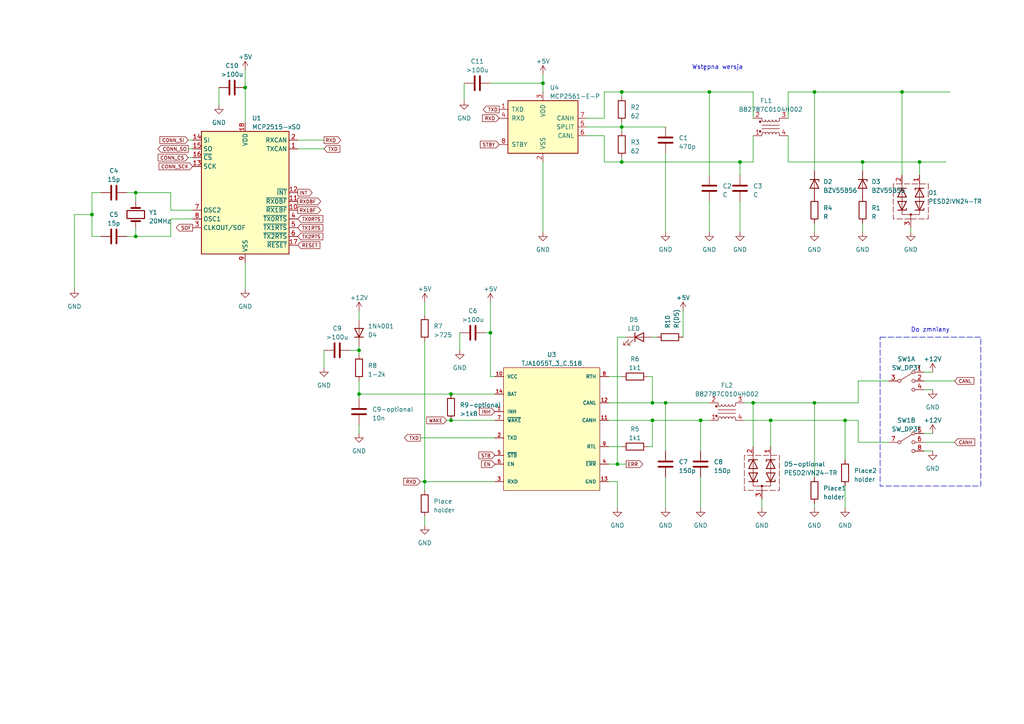
<source format=kicad_sch>
(kicad_sch (version 20230121) (generator eeschema)
  (paper "A4")
  (lib_symbols
    (symbol "Device:C" (pin_numbers hide) (pin_names (offset 0.254))
      (property "Reference" "C" (at 0.635 2.54 0))
      (property "Value" "C" (at 0.635 -2.54 0))
      (symbol "C_0_1"
        (polyline (pts (xy -2.032 -0.762) (xy 2.032 -0.762)) (stroke (width 0.508)))
        (polyline (pts (xy -2.032 0.762) (xy 2.032 0.762)) (stroke (width 0.508)))
      )
      (symbol "C_1_1"
        (pin passive line (at 0 3.81 270) (length 2.794) (name "~") (number "1"))
        (pin passive line (at 0 -3.81 90) (length 2.794) (name "~") (number "2"))
      )
    )
    (symbol "Device:Crystal" (pin_numbers hide) (pin_names (offset 1.016) hide)
      (property "Reference" "Y" (at 0 3.81 0))
      (property "Value" "Crystal" (at 0 -3.81 0))
      (symbol "Crystal_0_1"
        (rectangle (start -1.143 2.54) (end 1.143 -2.54) (stroke (width 0.3048)))
        (polyline (pts (xy -2.54 0) (xy -1.905 0)))
        (polyline (pts (xy -1.905 -1.27) (xy -1.905 1.27)) (stroke (width 0.508)))
        (polyline (pts (xy 1.905 -1.27) (xy 1.905 1.27)) (stroke (width 0.508)))
        (polyline (pts (xy 2.54 0) (xy 1.905 0)))
      )
      (symbol "Crystal_1_1"
        (pin passive line (at -3.81 0 0) (length 1.27) (name "1") (number "1"))
        (pin passive line (at 3.81 0 180) (length 1.27) (name "2") (number "2"))
      )
    )
    (symbol "Device:D_Zener_Dual_CommonCathode_AAK_Parallel" (pin_names (offset 0.762) hide)
      (property "Reference" "D1" (at -5.08 -0.6985 90))
      (property "Value" "D_Zener_Dual_CommonCathode_AAK_Parallel" (at -5.08 1.8415 90))
      (symbol "D_Zener_Dual_CommonCathode_AAK_Parallel_0_0"
        (polyline (pts (xy -6.35 -1.27) (xy -6.35 -3.81) (xy -5.842 -3.81)) (stroke (width 0.254)))
        (polyline (pts (xy -6.35 3.81) (xy -6.35 1.27) (xy -5.842 1.27)) (stroke (width 0.254)))
        (polyline (pts (xy 0 -3.81) (xy 0 -1.27) (xy -0.508 -1.27)) (stroke (width 0.254)))
        (polyline (pts (xy 0 1.27) (xy 0 3.81) (xy -0.508 3.81)) (stroke (width 0.254)))
      )
      (symbol "D_Zener_Dual_CommonCathode_AAK_Parallel_0_1"
        (polyline (pts (xy 1.27 0) (xy 2.54 0)))
        (polyline (pts (xy -7.62 -2.54) (xy 1.27 -2.54) (xy 1.27 2.54) (xy -7.62 2.54)))
        (polyline (pts (xy -3.81 -1.27) (xy -6.35 -2.54) (xy -3.81 -3.81) (xy -3.81 -1.27) (xy -3.81 -1.27) (xy -3.81 -1.27)) (stroke (width 0.254)))
        (polyline (pts (xy -3.81 3.81) (xy -6.35 2.54) (xy -3.81 1.27) (xy -3.81 3.81) (xy -3.81 3.81) (xy -3.81 3.81)) (stroke (width 0.254)))
        (polyline (pts (xy -2.54 -1.27) (xy 0 -2.54) (xy -2.54 -3.81) (xy -2.54 -1.27) (xy -2.54 -1.27) (xy -2.54 -1.27)) (stroke (width 0.254)))
        (polyline (pts (xy -2.54 3.81) (xy 0 2.54) (xy -2.54 1.27) (xy -2.54 3.81) (xy -2.54 3.81) (xy -2.54 3.81)) (stroke (width 0.254)))
        (circle (center 1.27 0) (radius 0.254) (fill (type outline)))
        (pin passive line (at -10.16 2.54 0) (length 2.54) (name "K") (number "1"))
        (pin passive line (at -10.16 -2.54 0) (length 2.54) (name "K") (number "2"))
        (pin passive line (at 5.08 0 180) (length 2.54) (name "A") (number "3"))
      )
      (symbol "D_Zener_Dual_CommonCathode_AAK_Parallel_1_1"
        (polyline (pts (xy 2.54 0) (xy 2.54 5.08) (xy -7.62 5.08) (xy -7.62 -5.08) (xy 2.54 -5.08) (xy 2.54 0)) (stroke (width 0) (type dash)))
      )
    )
    (symbol "Device:Filter_EMI_LL_1423" (pin_names hide)
      (property "Reference" "FL" (at 0 4.445 0))
      (property "Value" "Filter_EMI_LL_1423" (at 0 -4.445 0))
      (symbol "Filter_EMI_LL_1423_0_1"
        (circle (center -3.048 -1.27) (radius 0.254) (fill (type outline)))
        (circle (center -3.048 1.524) (radius 0.254) (fill (type outline)))
        (arc (start -2.54 2.032) (mid -2.032 1.5262) (end -1.524 2.032))
        (arc (start -1.524 -2.032) (mid -2.032 -1.5262) (end -2.54 -2.032))
        (arc (start -1.524 2.032) (mid -1.016 1.5262) (end -0.508 2.032))
        (arc (start -0.508 -2.032) (mid -1.016 -1.5262) (end -1.524 -2.032))
        (arc (start -0.508 2.032) (mid 0 1.5262) (end 0.508 2.032))
        (polyline (pts (xy -2.54 -2.032) (xy -2.54 -2.54)))
        (polyline (pts (xy -2.54 0.508) (xy 2.54 0.508)))
        (polyline (pts (xy -2.54 2.032) (xy -2.54 2.54)))
        (polyline (pts (xy 2.54 -2.032) (xy 2.54 -2.54)))
        (polyline (pts (xy 2.54 -0.508) (xy -2.54 -0.508)))
        (polyline (pts (xy 2.54 2.54) (xy 2.54 2.032)))
        (arc (start 0.508 -2.032) (mid 0 -1.5262) (end -0.508 -2.032))
        (arc (start 0.508 2.032) (mid 1.016 1.5262) (end 1.524 2.032))
        (arc (start 1.524 -2.032) (mid 1.016 -1.5262) (end 0.508 -2.032))
        (arc (start 1.524 2.032) (mid 2.032 1.5262) (end 2.54 2.032))
        (arc (start 2.54 -2.032) (mid 2.032 -1.5262) (end 1.524 -2.032))
      )
      (symbol "Filter_EMI_LL_1423_1_1"
        (pin passive line (at -5.08 -2.54 0) (length 2.54) (name "1") (number "1"))
        (pin passive line (at -5.08 2.54 0) (length 2.54) (name "2") (number "2"))
        (pin passive line (at 5.08 2.54 180) (length 2.54) (name "3") (number "3"))
        (pin passive line (at 5.08 -2.54 180) (length 2.54) (name "4") (number "4"))
      )
    )
    (symbol "Device:LED" (pin_numbers hide) (pin_names (offset 1.016) hide)
      (property "Reference" "D" (at 0 2.54 0))
      (property "Value" "LED" (at 0 -2.54 0))
      (symbol "LED_0_1"
        (polyline (pts (xy -1.27 -1.27) (xy -1.27 1.27)) (stroke (width 0.254)))
        (polyline (pts (xy -1.27 0) (xy 1.27 0)))
        (polyline (pts (xy 1.27 -1.27) (xy 1.27 1.27) (xy -1.27 0) (xy 1.27 -1.27)) (stroke (width 0.254)))
        (polyline (pts (xy -3.048 -0.762) (xy -4.572 -2.286) (xy -3.81 -2.286) (xy -4.572 -2.286) (xy -4.572 -1.524)))
        (polyline (pts (xy -1.778 -0.762) (xy -3.302 -2.286) (xy -2.54 -2.286) (xy -3.302 -2.286) (xy -3.302 -1.524)))
      )
      (symbol "LED_1_1"
        (pin passive line (at -3.81 0 0) (length 2.54) (name "K") (number "1"))
        (pin passive line (at 3.81 0 180) (length 2.54) (name "A") (number "2"))
      )
    )
    (symbol "Device:R" (pin_numbers hide) (pin_names (offset 0))
      (property "Reference" "R" (at 2.032 0 90))
      (property "Value" "R" (at 0 0 90))
      (symbol "R_0_1"
        (rectangle (start -1.016 -2.54) (end 1.016 2.54) (stroke (width 0.254)))
      )
      (symbol "R_1_1"
        (pin passive line (at 0 3.81 270) (length 1.27) (name "~") (number "1"))
        (pin passive line (at 0 -3.81 90) (length 1.27) (name "~") (number "2"))
      )
    )
    (symbol "Diode:1N4001" (pin_numbers hide) (pin_names hide)
      (property "Reference" "D" (at 0 2.54 0))
      (property "Value" "1N4001" (at 0 -2.54 0))
      (symbol "1N4001_0_1"
        (polyline (pts (xy -1.27 1.27) (xy -1.27 -1.27)) (stroke (width 0.254)))
        (polyline (pts (xy 1.27 0) (xy -1.27 0)))
        (polyline (pts (xy 1.27 1.27) (xy 1.27 -1.27) (xy -1.27 0) (xy 1.27 1.27)) (stroke (width 0.254)))
      )
      (symbol "1N4001_1_1"
        (pin passive line (at -3.81 0 0) (length 2.54) (name "K") (number "1"))
        (pin passive line (at 3.81 0 180) (length 2.54) (name "A") (number "2"))
      )
    )
    (symbol "Diode:BZV55B56" (pin_numbers hide) (pin_names hide)
      (property "Reference" "D" (at 0 2.54 0))
      (property "Value" "BZV55B56" (at 0 -2.54 0))
      (symbol "BZV55B56_0_1"
        (polyline (pts (xy 1.27 0) (xy -1.27 0)))
        (polyline (pts (xy -1.27 -1.27) (xy -1.27 1.27) (xy -0.762 1.27)) (stroke (width 0.254)))
        (polyline (pts (xy 1.27 -1.27) (xy 1.27 1.27) (xy -1.27 0) (xy 1.27 -1.27)) (stroke (width 0.254)))
      )
      (symbol "BZV55B56_1_1"
        (pin passive line (at -3.81 0 0) (length 2.54) (name "K") (number "1"))
        (pin passive line (at 3.81 0 180) (length 2.54) (name "A") (number "2"))
      )
    )
    (symbol "ELEMENTY:TJA1055T_3_C,518" (pin_names (offset 1.016))
      (property "Reference" "U" (at 0 5.08 0))
      (property "Value" "TJA1055T_3_C,518" (at 0 7.62 0))
      (symbol "TJA1055T_3_C,518_1_1"
        (rectangle (start 5.08 2.54) (end 33.02 -33.02) (fill (type background)))
        (pin passive line (at 2.54 -10.16 0) (length 2.54) (name "INH") (number "1"))
        (pin power_in line (at 2.54 0 0) (length 2.54) (name "VCC") (number "10"))
        (pin bidirectional line (at 35.56 -12.7 180) (length 2.54) (name "CANH") (number "11"))
        (pin bidirectional line (at 35.56 -7.62 180) (length 2.54) (name "CANL") (number "12"))
        (pin power_in line (at 35.56 -30.48 180) (length 2.54) (name "GND") (number "13"))
        (pin power_in line (at 2.54 -5.08 0) (length 2.54) (name "BAT") (number "14"))
        (pin input line (at 2.54 -17.78 0) (length 2.54) (name "TXD") (number "2"))
        (pin output line (at 2.54 -30.48 0) (length 2.54) (name "RXD") (number "3"))
        (pin output line (at 35.56 -25.4 180) (length 2.54) (name "~{ERR}") (number "4"))
        (pin input line (at 2.54 -22.86 0) (length 2.54) (name "~{STB}") (number "5"))
        (pin input line (at 2.54 -25.4 0) (length 2.54) (name "EN") (number "6"))
        (pin input line (at 2.54 -12.7 0) (length 2.54) (name "~{WAKE}") (number "7"))
        (pin passive line (at 35.56 0 180) (length 2.54) (name "RTH") (number "8"))
        (pin passive line (at 35.56 -20.32 180) (length 2.54) (name "RTL") (number "9"))
      )
    )
    (symbol "Interface_CAN_LIN:MCP2515-xSO"
      (property "Reference" "U" (at -10.16 19.685 0))
      (property "Value" "MCP2515-xSO" (at 19.05 20.32 0))
      (symbol "MCP2515-xSO_0_1"
        (rectangle (start -12.7 17.78) (end 12.7 -17.78) (stroke (width 0.254)) (fill (type background)))
      )
      (symbol "MCP2515-xSO_1_1"
        (pin output line (at 15.24 12.7 180) (length 2.54) (name "TXCAN") (number "1"))
        (pin output line (at 15.24 -5.08 180) (length 2.54) (name "~{RX1BF}") (number "10"))
        (pin output line (at 15.24 -2.54 180) (length 2.54) (name "~{RX0BF}") (number "11"))
        (pin output line (at 15.24 0 180) (length 2.54) (name "~{INT}") (number "12"))
        (pin input line (at -15.24 7.62 0) (length 2.54) (name "SCK") (number "13"))
        (pin input line (at -15.24 15.24 0) (length 2.54) (name "SI") (number "14"))
        (pin output line (at -15.24 12.7 0) (length 2.54) (name "SO") (number "15"))
        (pin input line (at -15.24 10.16 0) (length 2.54) (name "~{CS}") (number "16"))
        (pin input line (at 15.24 -15.24 180) (length 2.54) (name "~{RESET}") (number "17"))
        (pin power_in line (at 0 20.32 270) (length 2.54) (name "VDD") (number "18"))
        (pin input line (at 15.24 15.24 180) (length 2.54) (name "RXCAN") (number "2"))
        (pin output line (at -15.24 -10.16 0) (length 2.54) (name "CLKOUT/SOF") (number "3"))
        (pin input line (at 15.24 -7.62 180) (length 2.54) (name "~{TX0RTS}") (number "4"))
        (pin input line (at 15.24 -10.16 180) (length 2.54) (name "~{TX1RTS}") (number "5"))
        (pin input line (at 15.24 -12.7 180) (length 2.54) (name "~{TX2RTS}") (number "6"))
        (pin output line (at -15.24 -5.08 0) (length 2.54) (name "OSC2") (number "7"))
        (pin input line (at -15.24 -7.62 0) (length 2.54) (name "OSC1") (number "8"))
        (pin power_in line (at 0 -20.32 90) (length 2.54) (name "VSS") (number "9"))
      )
    )
    (symbol "Interface_CAN_LIN:MCP2561-E-P" (pin_names (offset 1.016))
      (property "Reference" "U" (at -10.16 8.89 0))
      (property "Value" "MCP2561-E-P" (at 2.54 8.89 0))
      (symbol "MCP2561-E-P_0_1"
        (rectangle (start -10.16 7.62) (end 10.16 -7.62) (stroke (width 0.254)) (fill (type background)))
      )
      (symbol "MCP2561-E-P_1_1"
        (pin input line (at -12.7 5.08 0) (length 2.54) (name "TXD") (number "1"))
        (pin power_in line (at 0 -10.16 90) (length 2.54) (name "VSS") (number "2"))
        (pin power_in line (at 0 10.16 270) (length 2.54) (name "VDD") (number "3"))
        (pin output line (at -12.7 2.54 0) (length 2.54) (name "RXD") (number "4"))
        (pin passive line (at 12.7 0 180) (length 2.54) (name "SPLIT") (number "5"))
        (pin bidirectional line (at 12.7 -2.54 180) (length 2.54) (name "CANL") (number "6"))
        (pin bidirectional line (at 12.7 2.54 180) (length 2.54) (name "CANH") (number "7"))
        (pin input line (at -12.7 -5.08 0) (length 2.54) (name "STBY") (number "8"))
      )
    )
    (symbol "Switch:SW_DP3T" (pin_names (offset 0) hide)
      (property "Reference" "SW" (at 0 5.08 0))
      (property "Value" "SW_DP3T" (at 0 -5.08 0))
      (symbol "SW_DP3T_0_1"
        (circle (center -2.032 0) (radius 0.4572))
        (polyline (pts (xy -1.651 0.254) (xy 1.651 2.286)))
        (circle (center 2.032 -2.54) (radius 0.4572))
        (circle (center 2.032 0) (radius 0.4572))
        (circle (center 2.032 2.54) (radius 0.4572))
      )
      (symbol "SW_DP3T_1_1"
        (pin passive line (at 5.08 2.54 180) (length 2.54) (name "1") (number "1"))
        (pin passive line (at 5.08 0 180) (length 2.54) (name "2") (number "2"))
        (pin passive line (at -5.08 0 0) (length 2.54) (name "3") (number "3"))
        (pin passive line (at 5.08 -2.54 180) (length 2.54) (name "4") (number "4"))
      )
      (symbol "SW_DP3T_2_1"
        (pin passive line (at 5.08 2.54 180) (length 2.54) (name "5") (number "5"))
        (pin passive line (at 5.08 0 180) (length 2.54) (name "6") (number "6"))
        (pin passive line (at -5.08 0 0) (length 2.54) (name "7") (number "7"))
        (pin passive line (at 5.08 -2.54 180) (length 2.54) (name "8") (number "8"))
      )
    )
    (symbol "power:+12V" (power) (pin_names (offset 0))
      (property "Value" "+12V" (at 0 3.556 0))
      (symbol "+12V_0_1"
        (polyline (pts (xy -0.762 1.27) (xy 0 2.54)))
        (polyline (pts (xy 0 0) (xy 0 2.54)))
        (polyline (pts (xy 0 2.54) (xy 0.762 1.27)))
      )
      (symbol "+12V_1_1"
        (pin power_in line (at 0 0 90) (length 0) hide (name "+12V") (number "1"))
      )
    )
    (symbol "power:+5V" (power) (pin_names (offset 0))
      (property "Value" "+5V" (at 0 3.556 0))
      (symbol "+5V_0_1"
        (polyline (pts (xy -0.762 1.27) (xy 0 2.54)))
        (polyline (pts (xy 0 0) (xy 0 2.54)))
        (polyline (pts (xy 0 2.54) (xy 0.762 1.27)))
      )
      (symbol "+5V_1_1"
        (pin power_in line (at 0 0 90) (length 0) hide (name "+5V") (number "1"))
      )
    )
    (symbol "power:GND" (power) (pin_names (offset 0))
      (property "Value" "GND" (at 0 -3.81 0))
      (symbol "GND_0_1"
        (polyline (pts (xy 0 0) (xy 0 -1.27) (xy 1.27 -1.27) (xy 0 -2.54) (xy -1.27 -1.27) (xy 0 -1.27)))
      )
      (symbol "GND_1_1"
        (pin power_in line (at 0 0 270) (length 0) hide (name "GND") (number "1"))
      )
    )
  )
  (junction (at 104.14 101.6))
  (junction (at 218.44 116.84))
  (junction (at 180.34 26.67))
  (junction (at 205.74 26.67))
  (junction (at 180.34 46.99))
  (junction (at 39.37 68.58))
  (junction (at 250.19 46.99))
  (junction (at 71.12 25.4))
  (junction (at 157.48 24.13))
  (junction (at 266.7 46.99))
  (junction (at 130.81 121.92))
  (junction (at 26.67 62.23))
  (junction (at 245.11 121.92))
  (junction (at 189.23 116.84))
  (junction (at 261.62 26.67))
  (junction (at 236.22 116.84))
  (junction (at 223.52 121.92))
  (junction (at 130.81 114.3))
  (junction (at 104.14 114.3))
  (junction (at 39.37 55.88))
  (junction (at 189.23 121.92))
  (junction (at 203.2 121.92))
  (junction (at 179.07 134.62))
  (junction (at 193.04 116.84))
  (junction (at 142.24 96.52))
  (junction (at 236.22 26.67))
  (junction (at 180.34 36.83))
  (junction (at 214.63 46.99))
  (junction (at 123.19 139.7))
  (wire (pts (xy 180.34 36.83) (xy 180.34 38.1)))
  (wire (pts (xy 236.22 26.67) (xy 261.62 26.67)))
  (wire (pts (xy 218.44 116.84) (xy 236.22 116.84)))
  (wire (pts (xy 123.19 99.06) (xy 123.19 139.7)))
  (wire (pts (xy 205.74 26.67) (xy 180.34 26.67)))
  (wire (pts (xy 130.81 121.92) (xy 143.51 121.92)))
  (wire (pts (xy 261.62 26.67) (xy 275.59 26.67)))
  (wire (pts (xy 104.14 110.49) (xy 104.14 114.3)))
  (wire (pts (xy 179.07 134.62) (xy 179.07 97.79)))
  (wire (pts (xy 228.6 26.67) (xy 236.22 26.67)))
  (wire (pts (xy 189.23 97.79) (xy 190.5 97.79)))
  (wire (pts (xy 267.97 128.27) (xy 276.86 128.27)))
  (wire (pts (xy 203.2 121.92) (xy 203.2 130.81)))
  (wire (pts (xy 54.61 45.72) (xy 55.88 45.72)))
  (wire (pts (xy 63.5 25.4) (xy 63.5 30.48)))
  (wire (pts (xy 193.04 67.31) (xy 193.04 44.45)))
  (wire (pts (xy 104.14 114.3) (xy 104.14 115.57)))
  (wire (pts (xy 55.88 60.96) (xy 49.53 60.96)))
  (wire (pts (xy 104.14 90.17) (xy 104.14 92.71)))
  (wire (pts (xy 36.83 55.88) (xy 39.37 55.88)))
  (wire (pts (xy 236.22 116.84) (xy 248.92 116.84)))
  (wire (pts (xy 218.44 34.29) (xy 218.44 26.67)))
  (wire (pts (xy 29.21 55.88) (xy 26.67 55.88)))
  (wire (pts (xy 55.88 63.5) (xy 49.53 63.5)))
  (wire (pts (xy 176.53 129.54) (xy 180.34 129.54)))
  (wire (pts (xy 49.53 63.5) (xy 49.53 68.58)))
  (wire (pts (xy 21.59 83.82) (xy 21.59 62.23)))
  (wire (pts (xy 71.12 20.32) (xy 71.12 25.4)))
  (wire (pts (xy 267.97 125.73) (xy 270.51 125.73)))
  (wire (pts (xy 250.19 64.77) (xy 250.19 67.31)))
  (wire (pts (xy 215.9 116.84) (xy 218.44 116.84)))
  (wire (pts (xy 248.92 121.92) (xy 248.92 128.27)))
  (wire (pts (xy 193.04 116.84) (xy 193.04 130.81)))
  (wire (pts (xy 205.74 26.67) (xy 205.74 50.8)))
  (wire (pts (xy 218.44 26.67) (xy 205.74 26.67)))
  (wire (pts (xy 142.24 109.22) (xy 143.51 109.22)))
  (wire (pts (xy 193.04 36.83) (xy 180.34 36.83)))
  (wire (pts (xy 193.04 138.43) (xy 193.04 147.32)))
  (wire (pts (xy 236.22 26.67) (xy 236.22 49.53)))
  (wire (pts (xy 157.48 67.31) (xy 157.48 46.99)))
  (wire (pts (xy 218.44 39.37) (xy 218.44 46.99)))
  (wire (pts (xy 179.07 134.62) (xy 181.61 134.62)))
  (wire (pts (xy 214.63 46.99) (xy 180.34 46.99)))
  (wire (pts (xy 248.92 128.27) (xy 257.81 128.27)))
  (wire (pts (xy 123.19 139.7) (xy 143.51 139.7)))
  (wire (pts (xy 179.07 97.79) (xy 181.61 97.79)))
  (wire (pts (xy 157.48 24.13) (xy 157.48 26.67)))
  (wire (pts (xy 104.14 123.19) (xy 104.14 125.73)))
  (wire (pts (xy 86.36 43.18) (xy 93.98 43.18)))
  (wire (pts (xy 157.48 21.59) (xy 157.48 24.13)))
  (wire (pts (xy 203.2 138.43) (xy 203.2 147.32)))
  (wire (pts (xy 245.11 121.92) (xy 248.92 121.92)))
  (wire (pts (xy 187.96 109.22) (xy 189.23 109.22)))
  (wire (pts (xy 220.98 144.78) (xy 220.98 147.32)))
  (wire (pts (xy 175.26 39.37) (xy 175.26 46.99)))
  (wire (pts (xy 215.9 121.92) (xy 223.52 121.92)))
  (wire (pts (xy 39.37 66.04) (xy 39.37 68.58)))
  (wire (pts (xy 236.22 64.77) (xy 236.22 67.31)))
  (wire (pts (xy 218.44 116.84) (xy 218.44 129.54)))
  (wire (pts (xy 176.53 121.92) (xy 189.23 121.92)))
  (wire (pts (xy 123.19 87.63) (xy 123.19 91.44)))
  (wire (pts (xy 123.19 139.7) (xy 123.19 142.24)))
  (wire (pts (xy 203.2 121.92) (xy 205.74 121.92)))
  (wire (pts (xy 104.14 114.3) (xy 130.81 114.3)))
  (wire (pts (xy 130.81 114.3) (xy 143.51 114.3)))
  (wire (pts (xy 26.67 62.23) (xy 26.67 68.58)))
  (wire (pts (xy 264.16 66.04) (xy 264.16 67.31)))
  (wire (pts (xy 248.92 116.84) (xy 248.92 110.49)))
  (wire (pts (xy 267.97 113.03) (xy 270.51 113.03)))
  (wire (pts (xy 175.26 46.99) (xy 180.34 46.99)))
  (wire (pts (xy 189.23 121.92) (xy 203.2 121.92)))
  (wire (pts (xy 214.63 46.99) (xy 214.63 50.8)))
  (wire (pts (xy 129.54 121.92) (xy 130.81 121.92)))
  (wire (pts (xy 121.92 127) (xy 143.51 127)))
  (wire (pts (xy 39.37 68.58) (xy 36.83 68.58)))
  (wire (pts (xy 250.19 46.99) (xy 266.7 46.99)))
  (wire (pts (xy 142.24 87.63) (xy 142.24 96.52)))
  (wire (pts (xy 267.97 130.81) (xy 270.51 130.81)))
  (wire (pts (xy 71.12 76.2) (xy 71.12 83.82)))
  (wire (pts (xy 71.12 25.4) (xy 71.12 35.56)))
  (wire (pts (xy 176.53 139.7) (xy 179.07 139.7)))
  (wire (pts (xy 133.35 96.52) (xy 133.35 101.6)))
  (wire (pts (xy 54.61 43.18) (xy 55.88 43.18)))
  (wire (pts (xy 26.67 55.88) (xy 26.67 62.23)))
  (wire (pts (xy 176.53 109.22) (xy 180.34 109.22)))
  (wire (pts (xy 21.59 62.23) (xy 26.67 62.23)))
  (wire (pts (xy 180.34 35.56) (xy 180.34 36.83)))
  (wire (pts (xy 170.18 39.37) (xy 175.26 39.37)))
  (wire (pts (xy 170.18 36.83) (xy 180.34 36.83)))
  (wire (pts (xy 193.04 116.84) (xy 205.74 116.84)))
  (wire (pts (xy 218.44 46.99) (xy 214.63 46.99)))
  (wire (pts (xy 104.14 101.6) (xy 104.14 102.87)))
  (wire (pts (xy 86.36 40.64) (xy 93.98 40.64)))
  (wire (pts (xy 214.63 58.42) (xy 214.63 67.31)))
  (wire (pts (xy 39.37 55.88) (xy 39.37 58.42)))
  (wire (pts (xy 267.97 110.49) (xy 276.86 110.49)))
  (wire (pts (xy 236.22 116.84) (xy 236.22 138.43)))
  (wire (pts (xy 123.19 149.86) (xy 123.19 152.4)))
  (wire (pts (xy 228.6 39.37) (xy 228.6 46.99)))
  (wire (pts (xy 245.11 140.97) (xy 245.11 147.32)))
  (wire (pts (xy 170.18 34.29) (xy 175.26 34.29)))
  (wire (pts (xy 101.6 101.6) (xy 104.14 101.6)))
  (wire (pts (xy 248.92 110.49) (xy 257.81 110.49)))
  (wire (pts (xy 223.52 121.92) (xy 223.52 129.54)))
  (wire (pts (xy 236.22 146.05) (xy 236.22 147.32)))
  (wire (pts (xy 49.53 60.96) (xy 49.53 55.88)))
  (wire (pts (xy 189.23 109.22) (xy 189.23 116.84)))
  (wire (pts (xy 266.7 50.8) (xy 266.7 46.99)))
  (wire (pts (xy 93.98 101.6) (xy 93.98 106.68)))
  (wire (pts (xy 187.96 129.54) (xy 189.23 129.54)))
  (wire (pts (xy 49.53 55.88) (xy 39.37 55.88)))
  (wire (pts (xy 267.97 107.95) (xy 270.51 107.95)))
  (wire (pts (xy 179.07 139.7) (xy 179.07 147.32)))
  (wire (pts (xy 54.61 40.64) (xy 55.88 40.64)))
  (wire (pts (xy 26.67 68.58) (xy 29.21 68.58)))
  (wire (pts (xy 121.92 139.7) (xy 123.19 139.7)))
  (wire (pts (xy 198.12 90.17) (xy 198.12 97.79)))
  (wire (pts (xy 189.23 116.84) (xy 193.04 116.84)))
  (wire (pts (xy 266.7 46.99) (xy 274.32 46.99)))
  (wire (pts (xy 180.34 26.67) (xy 180.34 27.94)))
  (wire (pts (xy 189.23 121.92) (xy 189.23 129.54)))
  (wire (pts (xy 176.53 116.84) (xy 189.23 116.84)))
  (wire (pts (xy 175.26 34.29) (xy 175.26 26.67)))
  (wire (pts (xy 223.52 121.92) (xy 245.11 121.92)))
  (wire (pts (xy 49.53 68.58) (xy 39.37 68.58)))
  (wire (pts (xy 250.19 46.99) (xy 250.19 49.53)))
  (wire (pts (xy 104.14 100.33) (xy 104.14 101.6)))
  (wire (pts (xy 142.24 24.13) (xy 157.48 24.13)))
  (wire (pts (xy 245.11 121.92) (xy 245.11 133.35)))
  (wire (pts (xy 261.62 26.67) (xy 261.62 50.8)))
  (wire (pts (xy 176.53 134.62) (xy 179.07 134.62)))
  (wire (pts (xy 205.74 58.42) (xy 205.74 67.31)))
  (wire (pts (xy 180.34 46.99) (xy 180.34 45.72)))
  (wire (pts (xy 228.6 34.29) (xy 228.6 26.67)))
  (wire (pts (xy 134.62 24.13) (xy 134.62 29.21)))
  (wire (pts (xy 228.6 46.99) (xy 250.19 46.99)))
  (wire (pts (xy 175.26 26.67) (xy 180.34 26.67)))
  (wire (pts (xy 142.24 96.52) (xy 142.24 109.22)))
  (wire (pts (xy 140.97 96.52) (xy 142.24 96.52)))
  (rectangle (start 255.27 97.79) (end 284.48 140.97) (stroke (width 0) (type dash)))
  (text "Wstępna wersja" (at 200.66 20.32 0) (effects (font (size 1.27 1.27)) (justify left bottom)))
  (text "Do zmniany" (at 264.16 96.52 0) (effects (font (size 1.27 1.27)) (justify left bottom)))
  (global_label "RX1BF" (shape output) (at 86.36 60.96 0) (effects (font (size 1 1))) (property "Intersheetrefs" "${INTERSHEET_REFS}" (effects hide)))
  (global_label "CONN_SI" (shape input) (at 54.61 40.64 180) (effects (font (size 1 1))) (property "Intersheetrefs" "${INTERSHEET_REFS}" (effects hide)))
  (global_label "TXD" (shape input) (at 93.98 43.18 0) (effects (font (size 1 1))) (property "Intersheetrefs" "${INTERSHEET_REFS}" (effects hide)))
  (global_label "INT" (shape output) (at 86.36 55.88 0) (effects (font (size 1 1))) (property "Intersheetrefs" "${INTERSHEET_REFS}" (effects hide)))
  (global_label "TXD" (shape output) (at 144.78 31.75 180) (effects (font (size 1 1))) (property "Intersheetrefs" "${INTERSHEET_REFS}" (effects hide)))
  (global_label "STB" (shape input) (at 143.51 132.08 180) (effects (font (size 1 1))) (property "Intersheetrefs" "${INTERSHEET_REFS}" (effects hide)))
  (global_label "SOF" (shape output) (at 55.88 66.04 180) (effects (font (size 1 1))) (property "Intersheetrefs" "${INTERSHEET_REFS}" (effects hide)))
  (global_label "STBY" (shape input) (at 144.78 41.91 180) (effects (font (size 1 1))) (property "Intersheetrefs" "${INTERSHEET_REFS}" (effects hide)))
  (global_label "CANH" (shape input) (at 276.86 128.27 0) (effects (font (size 1 1))) (property "Intersheetrefs" "${INTERSHEET_REFS}" (effects hide)))
  (global_label "WAKE" (shape input) (at 129.54 121.92 180) (effects (font (size 1 1))) (property "Intersheetrefs" "${INTERSHEET_REFS}" (effects hide)))
  (global_label "CONN_CS" (shape input) (at 54.61 45.72 180) (effects (font (size 1 1))) (property "Intersheetrefs" "${INTERSHEET_REFS}" (effects hide)))
  (global_label "RXD" (shape input) (at 121.92 139.7 180) (effects (font (size 1 1))) (property "Intersheetrefs" "${INTERSHEET_REFS}" (effects hide)))
  (global_label "TX2RTS" (shape input) (at 86.36 68.58 0) (effects (font (size 1 1))) (property "Intersheetrefs" "${INTERSHEET_REFS}" (effects hide)))
  (global_label "RX0BF" (shape output) (at 86.36 58.42 0) (effects (font (size 1 1))) (property "Intersheetrefs" "${INTERSHEET_REFS}" (effects hide)))
  (global_label "EN" (shape input) (at 143.51 134.62 180) (effects (font (size 1 1))) (property "Intersheetrefs" "${INTERSHEET_REFS}" (effects hide)))
  (global_label "RXD" (shape output) (at 93.98 40.64 0) (effects (font (size 1 1))) (property "Intersheetrefs" "${INTERSHEET_REFS}" (effects hide)))
  (global_label "CANL" (shape input) (at 276.86 110.49 0) (effects (font (size 1 1))) (property "Intersheetrefs" "${INTERSHEET_REFS}" (effects hide)))
  (global_label "INH" (shape input) (at 143.51 119.38 180) (effects (font (size 1 1))) (property "Intersheetrefs" "${INTERSHEET_REFS}" (effects hide)))
  (global_label "CONN_SCK" (shape input) (at 55.88 48.26 180) (effects (font (size 1 1))) (property "Intersheetrefs" "${INTERSHEET_REFS}" (effects hide)))
  (global_label "RXD" (shape input) (at 144.78 34.29 180) (effects (font (size 1 1))) (property "Intersheetrefs" "${INTERSHEET_REFS}" (effects hide)))
  (global_label "TX1RTS" (shape input) (at 86.36 66.04 0) (effects (font (size 1 1))) (property "Intersheetrefs" "${INTERSHEET_REFS}" (effects hide)))
  (global_label "ERR" (shape output) (at 181.61 134.62 0) (effects (font (size 1 1))) (property "Intersheetrefs" "${INTERSHEET_REFS}" (effects hide)))
  (global_label "TX0RTS" (shape input) (at 86.36 63.5 0) (effects (font (size 1 1))) (property "Intersheetrefs" "${INTERSHEET_REFS}" (effects hide)))
  (global_label "TXD" (shape output) (at 121.92 127 180) (effects (font (size 1 1))) (property "Intersheetrefs" "${INTERSHEET_REFS}" (effects hide)))
  (global_label "RESET" (shape input) (at 86.36 71.12 0) (effects (font (size 1 1))) (property "Intersheetrefs" "${INTERSHEET_REFS}" (effects hide)))
  (global_label "CONN_SO" (shape output) (at 54.61 43.18 180) (effects (font (size 1 1))) (property "Intersheetrefs" "${INTERSHEET_REFS}" (effects hide)))
  (symbol (lib_id "Device:R") (at 245.11 137.16 180) (unit 1)
    (property "Reference" "Place2" (at 247.65 136.525 0) (effects (justify right)))
    (property "Value" "holder" (at 247.65 139.065 0) (effects (justify right)))
    (property "Footprint" "Resistor_THT:R_Axial_DIN0204_L3.6mm_D1.6mm_P7.62mm_Horizontal" (effects hide))
  )
  (symbol (lib_id "power:+5V") (at 157.48 21.59 0) (unit 1)
    (property "Reference" "#PWR011" (effects hide))
    (property "Value" "+5V" (at 157.48 17.78 0))
  )
  (symbol (lib_id "power:+12V") (at 270.51 107.95 0) (unit 1)
    (property "Reference" "#PWR023" (effects hide))
    (property "Value" "+12V" (at 270.51 104.14 0))
  )
  (symbol (lib_id "power:GND") (at 193.04 147.32 0) (unit 1)
    (property "Reference" "#PWR015" (effects hide))
    (property "Value" "GND" (at 193.04 152.4 0))
  )
  (symbol (lib_id "power:GND") (at 63.5 30.48 0) (unit 1)
    (property "Reference" "#PWR02" (effects hide))
    (property "Value" "GND" (at 63.5 35.56 0))
  )
  (symbol (lib_id "power:+5V") (at 198.12 90.17 0) (unit 1)
    (property "Reference" "#PWR013" (effects hide))
    (property "Value" "+5V" (at 198.12 86.36 0))
  )
  (symbol (lib_id "Device:C") (at 97.79 101.6 90) (unit 1)
    (property "Reference" "C9" (at 97.79 95.25 90))
    (property "Value" ">100u" (at 97.79 97.79 90))
  )
  (symbol (lib_id "power:GND") (at 104.14 125.73 0) (unit 1)
    (property "Reference" "#PWR022" (effects hide))
    (property "Value" "GND" (at 104.14 130.81 0))
  )
  (symbol (lib_id "Device:C") (at 33.02 68.58 90) (unit 1)
    (property "Reference" "C5" (at 33.02 62.23 90))
    (property "Value" "15p" (at 33.02 64.77 90))
  )
  (symbol (lib_id "power:GND") (at 133.35 101.6 0) (unit 1)
    (property "Reference" "#PWR020" (effects hide))
    (property "Value" "GND" (at 133.35 106.68 0))
  )
  (symbol (lib_id "Device:C") (at 193.04 40.64 0) (unit 1)
    (property "Reference" "C1" (at 196.85 40.005 0) (effects (justify left)))
    (property "Value" "470p" (at 196.85 42.545 0) (effects (justify left)))
  )
  (symbol (lib_id "power:GND") (at 205.74 67.31 0) (unit 1)
    (property "Reference" "#PWR05" (effects hide))
    (property "Value" "GND" (at 205.74 72.39 0))
  )
  (symbol (lib_id "power:GND") (at 203.2 147.32 0) (unit 1)
    (property "Reference" "#PWR016" (effects hide))
    (property "Value" "GND" (at 203.2 152.4 0))
  )
  (symbol (lib_id "Device:R") (at 123.19 95.25 180) (unit 1)
    (property "Reference" "R7" (at 125.73 94.615 0) (effects (justify right)))
    (property "Value" ">725" (at 125.73 97.155 0) (effects (justify right)))
    (property "Footprint" "Resistor_THT:R_Axial_DIN0204_L3.6mm_D1.6mm_P7.62mm_Horizontal" (effects hide))
  )
  (symbol (lib_id "power:+5V") (at 142.24 87.63 0) (unit 1)
    (property "Reference" "#PWR019" (effects hide))
    (property "Value" "+5V" (at 142.24 83.82 0))
  )
  (symbol (lib_id "Interface_CAN_LIN:MCP2561-E-P") (at 157.48 36.83 0) (unit 1)
    (property "Reference" "U4" (at 159.4359 25.4 0) (effects (justify left)))
    (property "Value" "MCP2561-E-P" (at 159.4359 27.94 0) (effects (justify left)))
    (property "Footprint" "Package_DIP:DIP-8_W7.62mm" (effects hide))
    (property "Datasheet" "http://ww1.microchip.com/downloads/en/DeviceDoc/25167A.pdf" (effects hide))
  )
  (symbol (lib_id "ELEMENTY:TJA1055T_3_C,518") (at 140.97 109.22 0) (unit 1)
    (property "Reference" "U3" (at 160.02 102.87 0))
    (property "Value" "TJA1055T_3_C,518" (at 160.02 105.41 0))
    (property "Footprint" "Package_SO:SO-14_3.9x8.65mm_P1.27mm" (effects hide))
    (property "Datasheet" "https://www.nxp.com/docs/en/data-sheet/TJA1055.pdf" (effects hide))
    (property "automotive" "No" (effects hide))
    (property "category" "IC" (effects hide))
    (property "device class L1" "Integrated Circuits (ICs)" (effects hide))
    (property "device class L2" "Interface ICs" (effects hide))
    (property "device class L3" "unset" (effects hide))
    (property "digikey description" "IC TRANSCEIVER HALF 1/1 14SO" (effects hide))
    (property "digikey part number" "568-8689-1-ND" (effects hide))
    (property "footprint url" "https://www.nxp.com/docs/en/package-information/SOT108-1.pdf" (effects hide))
    (property "height" "1.75mm" (effects hide))
    (property "interface" "CAN" (effects hide))
    (property "lead free" "Yes" (effects hide))
    (property "library id" "1f6dfe155aaff96a" (effects hide))
    (property "manufacturer" "NXP Semiconductors" (effects hide))
    (property "max junction temp" "+150°C" (effects hide))
    (property "max supply voltage" "5.25V" (effects hide))
    (property "min supply voltage" "4.75V" (effects hide))
    (property "mouser description" "TJA1055 Series 5.25V 125 kBd Enhanced Fault-Tolerant CAN Transceiver-SOIC-14" (effects hide))
    (property "mouser part number" "771-TJA1055T3C518" (effects hide))
    (property "nominal supply current" "6-13mA" (effects hide))
    (property "package" "SOIC14" (effects hide))
    (property "rohs" "Yes" (effects hide))
    (property "standoff height" "0.1mm" (effects hide))
    (property "temperature range high" "+150°C" (effects hide))
    (property "temperature range low" "-40°C" (effects hide))
  )
  (symbol (lib_id "power:GND") (at 123.19 152.4 0) (unit 1)
    (property "Reference" "#PWR018" (effects hide))
    (property "Value" "GND" (at 123.19 157.48 0))
  )
  (symbol (lib_id "power:GND") (at 270.51 130.81 0) (unit 1)
    (property "Reference" "#PWR025" (effects hide))
    (property "Value" "GND" (at 270.51 135.89 0))
  )
  (symbol (lib_id "Device:C") (at 104.14 119.38 180) (unit 1)
    (property "Reference" "C9-optional" (at 107.95 118.745 0) (effects (justify right)))
    (property "Value" "10n" (at 107.95 121.285 0) (effects (justify right)))
  )
  (symbol (lib_id "Device:R") (at 194.31 97.79 270) (unit 1)
    (property "Reference" "R10" (at 193.675 95.25 0) (effects (justify right)))
    (property "Value" "R(D5)" (at 196.215 95.25 0) (effects (justify right)))
    (property "Footprint" "Resistor_THT:R_Axial_DIN0204_L3.6mm_D1.6mm_P7.62mm_Horizontal" (effects hide))
  )
  (symbol (lib_id "power:GND") (at 193.04 67.31 0) (unit 1)
    (property "Reference" "#PWR04" (effects hide))
    (property "Value" "GND" (at 193.04 72.39 0))
  )
  (symbol (lib_id "power:GND") (at 21.59 83.82 0) (unit 1)
    (property "Reference" "#PWR09" (effects hide))
    (property "Value" "GND" (at 21.59 88.9 0))
  )
  (symbol (lib_id "power:+12V") (at 104.14 90.17 0) (unit 1)
    (property "Reference" "#PWR021" (effects hide))
    (property "Value" "+12V" (at 104.14 86.36 0))
  )
  (symbol (lib_id "Device:R") (at 123.19 146.05 180) (unit 1)
    (property "Reference" "Place" (at 125.73 145.415 0) (effects (justify right)))
    (property "Value" "holder" (at 125.73 147.955 0) (effects (justify right)))
    (property "Footprint" "Resistor_THT:R_Axial_DIN0204_L3.6mm_D1.6mm_P7.62mm_Horizontal" (effects hide))
  )
  (symbol (lib_id "power:GND") (at 220.98 147.32 0) (unit 1)
    (property "Reference" "#PWR017" (effects hide))
    (property "Value" "GND" (at 220.98 152.4 0))
  )
  (symbol (lib_id "Device:Filter_EMI_LL_1423") (at 210.82 119.38 0) (unit 1)
    (property "Reference" "FL2" (at 210.82 111.76 0))
    (property "Value" "B82787C0104H002" (at 210.82 114.3 0))
  )
  (symbol (lib_id "power:GND") (at 157.48 67.31 0) (unit 1)
    (property "Reference" "#PWR07" (effects hide))
    (property "Value" "GND" (at 157.48 72.39 0))
  )
  (symbol (lib_id "Device:R") (at 180.34 31.75 0) (unit 1)
    (property "Reference" "R2" (at 182.88 31.115 0) (effects (justify left)))
    (property "Value" "62" (at 182.88 33.655 0) (effects (justify left)))
    (property "Footprint" "Resistor_THT:R_Axial_DIN0204_L3.6mm_D1.6mm_P7.62mm_Horizontal" (effects hide))
  )
  (symbol (lib_id "Device:R") (at 250.19 60.96 0) (unit 1)
    (property "Reference" "R1" (at 252.73 60.325 0) (effects (justify left)))
    (property "Value" "R" (at 252.73 62.865 0) (effects (justify left)))
    (property "Footprint" "Resistor_THT:R_Axial_DIN0204_L3.6mm_D1.6mm_P7.62mm_Horizontal" (effects hide))
  )
  (symbol (lib_id "power:GND") (at 250.19 67.31 0) (unit 1)
    (property "Reference" "#PWR030" (effects hide))
    (property "Value" "GND" (at 250.19 72.39 0))
  )
  (symbol (lib_id "Device:C") (at 138.43 24.13 90) (unit 1)
    (property "Reference" "C11" (at 138.43 17.78 90))
    (property "Value" ">100u" (at 138.43 20.32 90))
  )
  (symbol (lib_id "Diode:BZV55B56") (at 250.19 53.34 270) (unit 1)
    (property "Reference" "D3" (at 252.73 52.705 90) (effects (justify left)))
    (property "Value" "BZV55B56" (at 252.73 55.245 90) (effects (justify left)))
    (property "Footprint" "Diode_SMD:D_MiniMELF" (effects hide))
    (property "Datasheet" "https://assets.nexperia.com/documents/data-sheet/BZV55_SER.pdf" (effects hide))
  )
  (symbol (lib_id "Device:C") (at 214.63 54.61 0) (unit 1)
    (property "Reference" "C3" (at 218.44 53.975 0) (effects (justify left)))
    (property "Value" "C" (at 218.44 56.515 0) (effects (justify left)))
  )
  (symbol (lib_id "Device:R") (at 130.81 118.11 180) (unit 1)
    (property "Reference" "R9-optional" (at 133.35 117.475 0) (effects (justify right)))
    (property "Value" ">1k8" (at 133.35 120.015 0) (effects (justify right)))
    (property "Footprint" "Resistor_THT:R_Axial_DIN0204_L3.6mm_D1.6mm_P7.62mm_Horizontal" (effects hide))
  )
  (symbol (lib_id "Device:C") (at 33.02 55.88 90) (unit 1)
    (property "Reference" "C4" (at 33.02 49.53 90))
    (property "Value" "15p" (at 33.02 52.07 90))
  )
  (symbol (lib_id "Device:C") (at 193.04 134.62 0) (unit 1)
    (property "Reference" "C7" (at 196.85 133.985 0) (effects (justify left)))
    (property "Value" "150p" (at 196.85 136.525 0) (effects (justify left)))
  )
  (symbol (lib_id "Device:D_Zener_Dual_CommonCathode_AAK_Parallel") (at 220.98 139.7 270) (unit 1)
    (property "Reference" "D5-optional" (at 227.33 134.62 90) (effects (justify left)))
    (property "Value" "PESD2IVN24-TR" (at 227.33 137.16 90) (effects (justify left)))
    (property "Footprint" "Package_TO_SOT_SMD:SOT-23" (effects hide))
  )
  (symbol (lib_id "power:GND") (at 93.98 106.68 0) (unit 1)
    (property "Reference" "#PWR029" (effects hide))
    (property "Value" "GND" (at 93.98 111.76 0))
  )
  (symbol (lib_id "power:GND") (at 245.11 147.32 0) (unit 1)
    (property "Reference" "#PWR028" (effects hide))
    (property "Value" "GND" (at 245.11 152.4 0))
  )
  (symbol (lib_id "Diode:BZV55B56") (at 236.22 53.34 270) (unit 1)
    (property "Reference" "D2" (at 238.76 52.705 90) (effects (justify left)))
    (property "Value" "BZV55B56" (at 238.76 55.245 90) (effects (justify left)))
    (property "Footprint" "Diode_SMD:D_MiniMELF" (effects hide))
    (property "Datasheet" "https://assets.nexperia.com/documents/data-sheet/BZV55_SER.pdf" (effects hide))
  )
  (symbol (lib_id "power:GND") (at 264.16 67.31 0) (unit 1)
    (property "Reference" "#PWR08" (effects hide))
    (property "Value" "GND" (at 264.16 72.39 0))
  )
  (symbol (lib_id "power:GND") (at 179.07 147.32 0) (unit 1)
    (property "Reference" "#PWR014" (effects hide))
    (property "Value" "GND" (at 179.07 152.4 0))
  )
  (symbol (lib_id "power:GND") (at 214.63 67.31 0) (unit 1)
    (property "Reference" "#PWR06" (effects hide))
    (property "Value" "GND" (at 214.63 72.39 0))
  )
  (symbol (lib_id "Device:R") (at 236.22 142.24 180) (unit 1)
    (property "Reference" "Place1" (at 238.76 141.605 0) (effects (justify right)))
    (property "Value" "holder" (at 238.76 144.145 0) (effects (justify right)))
    (property "Footprint" "Resistor_THT:R_Axial_DIN0204_L3.6mm_D1.6mm_P7.62mm_Horizontal" (effects hide))
  )
  (symbol (lib_id "power:GND") (at 134.62 29.21 0) (unit 1)
    (property "Reference" "#PWR031" (effects hide))
    (property "Value" "GND" (at 134.62 34.29 0))
  )
  (symbol (lib_id "power:+5V") (at 71.12 20.32 0) (unit 1)
    (property "Reference" "#PWR01" (effects hide))
    (property "Value" "+5V" (at 71.12 16.51 0))
  )
  (symbol (lib_id "power:GND") (at 236.22 67.31 0) (unit 1)
    (property "Reference" "#PWR03" (effects hide))
    (property "Value" "GND" (at 236.22 72.39 0))
  )
  (symbol (lib_id "Device:C") (at 137.16 96.52 90) (unit 1)
    (property "Reference" "C6" (at 137.16 90.17 90))
    (property "Value" ">100u" (at 137.16 92.71 90))
  )
  (symbol (lib_id "Diode:1N4001") (at 104.14 96.52 270) (mirror x) (unit 1)
    (property "Reference" "D4" (at 106.68 97.155 90) (effects (justify left)))
    (property "Value" "1N4001" (at 106.68 94.615 90) (effects (justify left)))
    (property "Footprint" "Diode_THT:D_DO-41_SOD81_P10.16mm_Horizontal" (effects hide))
    (property "Datasheet" "http://www.vishay.com/docs/88503/1n4001.pdf" (effects hide))
    (property "Sim.Device" "D" (effects hide))
    (property "Sim.Pins" "1=K 2=A" (effects hide))
  )
  (symbol (lib_id "Switch:SW_DP3T") (at 262.89 128.27 0) (unit 2)
    (property "Reference" "SW1" (at 262.89 121.92 0))
    (property "Value" "SW_DP3T" (at 262.89 124.46 0))
  )
  (symbol (lib_id "Device:C") (at 205.74 54.61 0) (unit 1)
    (property "Reference" "C2" (at 209.55 53.975 0) (effects (justify left)))
    (property "Value" "C" (at 209.55 56.515 0) (effects (justify left)))
  )
  (symbol (lib_id "power:GND") (at 270.51 113.03 0) (unit 1)
    (property "Reference" "#PWR026" (effects hide))
    (property "Value" "GND" (at 270.51 118.11 0))
  )
  (symbol (lib_id "power:+12V") (at 270.51 125.73 0) (unit 1)
    (property "Reference" "#PWR024" (effects hide))
    (property "Value" "+12V" (at 270.51 121.92 0))
  )
  (symbol (lib_id "Device:R") (at 236.22 60.96 0) (unit 1)
    (property "Reference" "R4" (at 238.76 60.325 0) (effects (justify left)))
    (property "Value" "R" (at 238.76 62.865 0) (effects (justify left)))
    (property "Footprint" "Resistor_THT:R_Axial_DIN0204_L3.6mm_D1.6mm_P7.62mm_Horizontal" (effects hide))
  )
  (symbol (lib_id "Device:Crystal") (at 39.37 62.23 90) (unit 1)
    (property "Reference" "Y1" (at 43.18 61.595 90) (effects (justify right)))
    (property "Value" "20MHz" (at 43.18 64.135 90) (effects (justify right)))
  )
  (symbol (lib_id "Switch:SW_DP3T") (at 262.89 110.49 0) (unit 1)
    (property "Reference" "SW1" (at 262.89 104.14 0))
    (property "Value" "SW_DP3T" (at 262.89 106.68 0))
  )
  (symbol (lib_id "power:GND") (at 71.12 83.82 0) (unit 1)
    (property "Reference" "#PWR010" (effects hide))
    (property "Value" "GND" (at 71.12 88.9 0))
  )
  (symbol (lib_id "Device:R") (at 184.15 109.22 90) (unit 1)
    (property "Reference" "R6" (at 184.15 104.14 90))
    (property "Value" "1k1" (at 184.15 106.68 90))
    (property "Footprint" "Resistor_THT:R_Axial_DIN0204_L3.6mm_D1.6mm_P7.62mm_Horizontal" (effects hide))
  )
  (symbol (lib_id "Device:C") (at 203.2 134.62 0) (unit 1)
    (property "Reference" "C8" (at 207.01 133.985 0) (effects (justify left)))
    (property "Value" "150p" (at 207.01 136.525 0) (effects (justify left)))
  )
  (symbol (lib_id "Device:C") (at 67.31 25.4 90) (unit 1)
    (property "Reference" "C10" (at 67.31 19.05 90))
    (property "Value" ">100u" (at 67.31 21.59 90))
  )
  (symbol (lib_id "Device:R") (at 180.34 41.91 0) (unit 1)
    (property "Reference" "R3" (at 182.88 41.275 0) (effects (justify left)))
    (property "Value" "62" (at 182.88 43.815 0) (effects (justify left)))
    (property "Footprint" "Resistor_THT:R_Axial_DIN0204_L3.6mm_D1.6mm_P7.62mm_Horizontal" (effects hide))
  )
  (symbol (lib_id "Device:R") (at 104.14 106.68 180) (unit 1)
    (property "Reference" "R8" (at 106.68 106.045 0) (effects (justify right)))
    (property "Value" "1-2k" (at 106.68 108.585 0) (effects (justify right)))
    (property "Footprint" "Resistor_THT:R_Axial_DIN0204_L3.6mm_D1.6mm_P7.62mm_Horizontal" (effects hide))
  )
  (symbol (lib_id "Interface_CAN_LIN:MCP2515-xSO") (at 71.12 55.88 0) (unit 1)
    (property "Reference" "U1" (at 73.0759 34.29 0) (effects (justify left)))
    (property "Value" "MCP2515-xSO" (at 73.0759 36.83 0) (effects (justify left)))
    (property "Footprint" "Package_DIP:DIP-18_W7.62mm" (effects hide))
    (property "Datasheet" "http://ww1.microchip.com/downloads/en/DeviceDoc/21801e.pdf" (effects hide))
  )
  (symbol (lib_id "Device:Filter_EMI_LL_1423") (at 223.52 36.83 0) (unit 1)
    (property "Reference" "FL1" (at 222.25 29.21 0))
    (property "Value" "B82787C0104H002" (at 223.52 31.75 0))
  )
  (symbol (lib_id "Device:LED") (at 185.42 97.79 0) (unit 1)
    (property "Reference" "D5" (at 183.8325 92.71 0))
    (property "Value" "LED" (at 183.8325 95.25 0))
  )
  (symbol (lib_id "power:+5V") (at 123.19 87.63 0) (unit 1)
    (property "Reference" "#PWR012" (effects hide))
    (property "Value" "+5V" (at 123.19 83.82 0))
  )
  (symbol (lib_id "power:GND") (at 236.22 147.32 0) (unit 1)
    (property "Reference" "#PWR027" (effects hide))
    (property "Value" "GND" (at 236.22 152.4 0))
  )
  (symbol (lib_id "Device:D_Zener_Dual_CommonCathode_AAK_Parallel") (at 264.16 60.96 270) (unit 1)
    (property "Reference" "D1" (at 269.24 55.88 90) (effects (justify left)))
    (property "Value" "PESD2IVN24-TR" (at 269.24 58.42 90) (effects (justify left)))
    (property "Footprint" "Package_TO_SOT_SMD:SOT-23" (effects hide))
  )
  (symbol (lib_id "Device:R") (at 184.15 129.54 90) (unit 1)
    (property "Reference" "R5" (at 184.15 124.46 90))
    (property "Value" "1k1" (at 184.15 127 90))
    (property "Footprint" "Resistor_THT:R_Axial_DIN0204_L3.6mm_D1.6mm_P7.62mm_Horizontal" (effects hide))
  )
)
</source>
